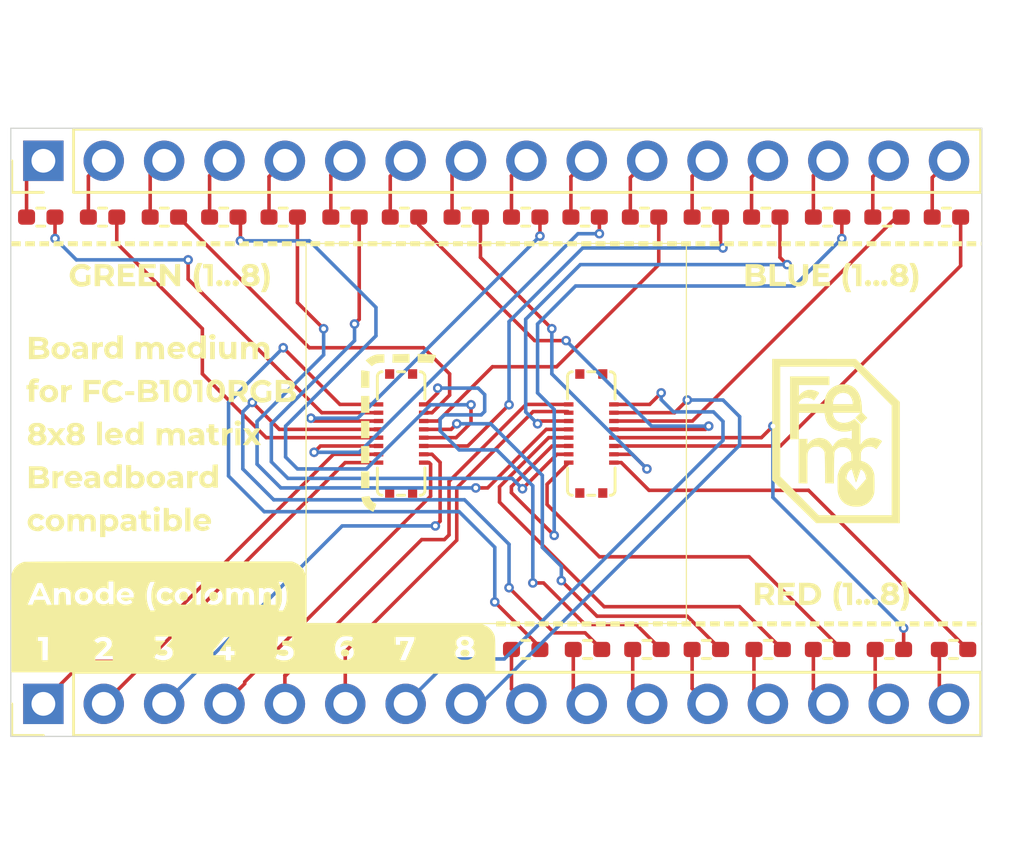
<source format=kicad_pcb>
(kicad_pcb (version 20171130) (host pcbnew "(5.1.9)-1")
  (layers (0 F.Cu signal) (31 B.Cu signal) (34 B.Paste user) (35 F.Paste user) (36 B.SilkS user) (37 F.SilkS user) (38 B.Mask user) (39 F.Mask user) (44 Edge.Cuts user))
  (net 0 "")
  (net 1 B4)
  (net 2 G4)
  (net 3 R4)
  (net 4 A4)
  (net 5 A3)
  (net 6 R3)
  (net 7 G3)
  (net 8 B3)
  (net 9 B2)
  (net 10 G2)
  (net 11 R2)
  (net 12 A2)
  (net 13 A1)
  (net 14 R1)
  (net 15 G1)
  (net 16 B1)
  (net 17 B8)
  (net 18 G8)
  (net 19 R8)
  (net 20 A8)
  (net 21 A7)
  (net 22 R7)
  (net 23 G7)
  (net 24 B7)
  (net 25 B6)
  (net 26 G6)
  (net 27 R6)
  (net 28 A6)
  (net 29 A5)
  (net 30 R5)
  (net 31 G5)
  (net 32 B5)
  (net 33 "Net-(J3-Pad16)")
  (net 34 "Net-(J3-Pad15)")
  (net 35 "Net-(J3-Pad14)")
  (net 36 "Net-(J3-Pad13)")
  (net 37 "Net-(J3-Pad12)")
  (net 38 "Net-(J3-Pad11)")
  (net 39 "Net-(J3-Pad10)")
  (net 40 "Net-(J3-Pad9)")
  (net 41 "Net-(J4-Pad1)")
  (net 42 "Net-(J4-Pad2)")
  (net 43 "Net-(J4-Pad3)")
  (net 44 "Net-(J4-Pad4)")
  (net 45 "Net-(J4-Pad5)")
  (net 46 "Net-(J4-Pad6)")
  (net 47 "Net-(J4-Pad7)")
  (net 48 "Net-(J4-Pad8)")
  (net 49 "Net-(J4-Pad9)")
  (net 50 "Net-(J4-Pad10)")
  (net 51 "Net-(J4-Pad11)")
  (net 52 "Net-(J4-Pad12)")
  (net 53 "Net-(J4-Pad13)")
  (net 54 "Net-(J4-Pad14)")
  (net 55 "Net-(J4-Pad15)")
  (net 56 "Net-(J4-Pad16)")
  (module "Matrix_8X8_1010_(FC-B1010RGBT-HG):Proto_silk" (layer F.Cu) (at 113 116.5)
    (fp_text reference Ref** hide)
    (fp_text value Val** hide)
  )
  (module "_kicad_selfmadeStandartFootprint:Conn_Molex_5050661622(SlimStack_16pin_receptable)" (layer F.Cu) (at 113.16 110.81 90)
    (fp_text reference J1 hide)
    (fp_text value Right_conn)
    (pad 0 smd rect (at -2.505 0.4825 90) (size 0.4 0.385) (layers F.Cu F.Paste F.Mask))
    (pad 14 smd rect (at -0.525 0.95 90) (size 0.18 0.4) (layers F.Cu F.Paste F.Mask) (net 1 B4))
    (pad 16 smd rect (at -1.225 0.95 90) (size 0.18 0.4) (layers F.Cu F.Paste F.Mask) (net 4 A4))
    (pad 15 smd rect (at -0.875 0.95 90) (size 0.18 0.4) (layers F.Cu F.Paste F.Mask) (net 5 A3))
    (pad 11 smd rect (at 0.525 0.95 90) (size 0.18 0.4) (layers F.Cu F.Paste F.Mask) (net 8 B3))
    (pad 9 smd rect (at 1.225 0.95 90) (size 0.18 0.4) (layers F.Cu F.Paste F.Mask) (net 6 R3))
    (pad 10 smd rect (at 0.875 0.95 90) (size 0.18 0.4) (layers F.Cu F.Paste F.Mask) (net 7 G3))
    (pad 13 smd rect (at -0.175 0.95 90) (size 0.18 0.4) (layers F.Cu F.Paste F.Mask) (net 2 G4))
    (pad 12 smd rect (at 0.175 0.95 90) (size 0.18 0.4) (layers F.Cu F.Paste F.Mask) (net 3 R4))
    (pad 0 smd rect (at 2.505 0.4825 90) (size 0.4 0.385) (layers F.Cu F.Paste F.Mask))
    (pad 0 smd rect (at 2.505 -0.4825 90) (size 0.4 0.385) (layers F.Cu F.Paste F.Mask))
    (pad 0 smd rect (at -2.505 -0.4825 90) (size 0.4 0.385) (layers F.Cu F.Paste F.Mask))
    (pad 8 smd rect (at 1.225 -0.95 90) (size 0.18 0.4) (layers F.Cu F.Paste F.Mask) (net 14 R1))
    (pad 7 smd rect (at 0.875 -0.95 90) (size 0.18 0.4) (layers F.Cu F.Paste F.Mask) (net 15 G1))
    (pad 6 smd rect (at 0.525 -0.95 90) (size 0.18 0.4) (layers F.Cu F.Paste F.Mask) (net 16 B1))
    (pad 5 smd rect (at 0.175 -0.95 90) (size 0.18 0.4) (layers F.Cu F.Paste F.Mask) (net 11 R2))
    (pad 1 smd rect (at -1.225 -0.95 90) (size 0.18 0.4) (layers F.Cu F.Paste F.Mask) (net 12 A2))
    (pad 2 smd rect (at -0.875 -0.95 90) (size 0.18 0.4) (layers F.Cu F.Paste F.Mask) (net 13 A1))
    (pad 3 smd rect (at -0.525 -0.95 90) (size 0.18 0.4) (layers F.Cu F.Paste F.Mask) (net 9 B2))
    (pad 4 smd rect (at -0.175 -0.95 90) (size 0.18 0.4) (layers F.Cu F.Paste F.Mask) (net 10 G2))
  )
  (module "_kicad_selfmadeStandartFootprint:Conn_Molex_5050661622(SlimStack_16pin_receptable)" (layer F.Cu) (at 121.16 110.81 90)
    (fp_text reference J2 hide)
    (fp_text value Left_conn)
    (pad 4 smd rect (at -0.175 -0.95 90) (size 0.18 0.4) (layers F.Cu F.Paste F.Mask) (net 30 R5))
    (pad 3 smd rect (at -0.525 -0.95 90) (size 0.18 0.4) (layers F.Cu F.Paste F.Mask) (net 25 B6))
    (pad 2 smd rect (at -0.875 -0.95 90) (size 0.18 0.4) (layers F.Cu F.Paste F.Mask) (net 26 G6))
    (pad 1 smd rect (at -1.225 -0.95 90) (size 0.18 0.4) (layers F.Cu F.Paste F.Mask) (net 27 R6))
    (pad 5 smd rect (at 0.175 -0.95 90) (size 0.18 0.4) (layers F.Cu F.Paste F.Mask) (net 31 G5))
    (pad 6 smd rect (at 0.525 -0.95 90) (size 0.18 0.4) (layers F.Cu F.Paste F.Mask) (net 32 B5))
    (pad 7 smd rect (at 0.875 -0.95 90) (size 0.18 0.4) (layers F.Cu F.Paste F.Mask) (net 28 A6))
    (pad 8 smd rect (at 1.225 -0.95 90) (size 0.18 0.4) (layers F.Cu F.Paste F.Mask) (net 29 A5))
    (pad 0 smd rect (at -2.505 -0.4825 90) (size 0.4 0.385) (layers F.Cu F.Paste F.Mask))
    (pad 0 smd rect (at 2.505 -0.4825 90) (size 0.4 0.385) (layers F.Cu F.Paste F.Mask))
    (pad 0 smd rect (at 2.505 0.4825 90) (size 0.4 0.385) (layers F.Cu F.Paste F.Mask))
    (pad 12 smd rect (at 0.175 0.95 90) (size 0.18 0.4) (layers F.Cu F.Paste F.Mask) (net 23 G7))
    (pad 13 smd rect (at -0.175 0.95 90) (size 0.18 0.4) (layers F.Cu F.Paste F.Mask) (net 22 R7))
    (pad 10 smd rect (at 0.875 0.95 90) (size 0.18 0.4) (layers F.Cu F.Paste F.Mask) (net 20 A8))
    (pad 9 smd rect (at 1.225 0.95 90) (size 0.18 0.4) (layers F.Cu F.Paste F.Mask) (net 21 A7))
    (pad 11 smd rect (at 0.525 0.95 90) (size 0.18 0.4) (layers F.Cu F.Paste F.Mask) (net 24 B7))
    (pad 15 smd rect (at -0.875 0.95 90) (size 0.18 0.4) (layers F.Cu F.Paste F.Mask) (net 18 G8))
    (pad 16 smd rect (at -1.225 0.95 90) (size 0.18 0.4) (layers F.Cu F.Paste F.Mask) (net 19 R8))
    (pad 14 smd rect (at -0.525 0.95 90) (size 0.18 0.4) (layers F.Cu F.Paste F.Mask) (net 17 B8))
    (pad 0 smd rect (at -2.505 0.4825 90) (size 0.4 0.385) (layers F.Cu F.Paste F.Mask))
  )
  (module Resistor_SMD:R_0402_1005Metric_Pad0.72x0.64mm_HandSolder (layer F.Cu) (at 118.4 119.9 180)
    (fp_text reference R1 hide)
    (fp_text value R)
    (pad 2 smd roundrect (at 0.5975 0 180) (size 0.715 0.64) (layers F.Cu F.Paste F.Mask) (net 40 "Net-(J3-Pad9)"))
    (pad 1 smd roundrect (at -0.5975 0 180) (size 0.715 0.64) (layers F.Cu F.Paste F.Mask) (net 14 R1))
  )
  (module Resistor_SMD:R_0402_1005Metric_Pad0.72x0.64mm_HandSolder (layer F.Cu) (at 98 101.7 180)
    (fp_text reference R2 hide)
    (fp_text value R)
    (pad 2 smd roundrect (at 0.5975 0 180) (size 0.715 0.64) (layers F.Cu F.Paste F.Mask) (net 41 "Net-(J4-Pad1)"))
    (pad 1 smd roundrect (at -0.5975 0 180) (size 0.715 0.64) (layers F.Cu F.Paste F.Mask) (net 15 G1))
  )
  (module Resistor_SMD:R_0402_1005Metric_Pad0.72x0.64mm_HandSolder (layer F.Cu) (at 118.4 101.7 180)
    (fp_text reference R3 hide)
    (fp_text value R)
    (pad 2 smd roundrect (at 0.5975 0 180) (size 0.715 0.64) (layers F.Cu F.Paste F.Mask) (net 49 "Net-(J4-Pad9)"))
    (pad 1 smd roundrect (at -0.5975 0 180) (size 0.715 0.64) (layers F.Cu F.Paste F.Mask) (net 16 B1))
  )
  (module Resistor_SMD:R_0402_1005Metric_Pad0.72x0.64mm_HandSolder (layer F.Cu) (at 121 119.9 180)
    (fp_text reference R4 hide)
    (fp_text value R)
    (pad 1 smd roundrect (at -0.5975 0 180) (size 0.715 0.64) (layers F.Cu F.Paste F.Mask) (net 11 R2))
    (pad 2 smd roundrect (at 0.5975 0 180) (size 0.715 0.64) (layers F.Cu F.Paste F.Mask) (net 39 "Net-(J3-Pad10)"))
  )
  (module Resistor_SMD:R_0402_1005Metric_Pad0.72x0.64mm_HandSolder (layer F.Cu) (at 100.6 101.7 180)
    (fp_text reference R5 hide)
    (fp_text value R)
    (pad 1 smd roundrect (at -0.5975 0 180) (size 0.715 0.64) (layers F.Cu F.Paste F.Mask) (net 10 G2))
    (pad 2 smd roundrect (at 0.5975 0 180) (size 0.715 0.64) (layers F.Cu F.Paste F.Mask) (net 42 "Net-(J4-Pad2)"))
  )
  (module Resistor_SMD:R_0402_1005Metric_Pad0.72x0.64mm_HandSolder (layer F.Cu) (at 120.9 101.7 180)
    (fp_text reference R6 hide)
    (fp_text value R)
    (pad 1 smd roundrect (at -0.5975 0 180) (size 0.715 0.64) (layers F.Cu F.Paste F.Mask) (net 9 B2))
    (pad 2 smd roundrect (at 0.5975 0 180) (size 0.715 0.64) (layers F.Cu F.Paste F.Mask) (net 50 "Net-(J4-Pad10)"))
  )
  (module Resistor_SMD:R_0402_1005Metric_Pad0.72x0.64mm_HandSolder (layer F.Cu) (at 123.5 119.9 180)
    (fp_text reference R7 hide)
    (fp_text value R)
    (pad 2 smd roundrect (at 0.5975 0 180) (size 0.715 0.64) (layers F.Cu F.Paste F.Mask) (net 38 "Net-(J3-Pad11)"))
    (pad 1 smd roundrect (at -0.5975 0 180) (size 0.715 0.64) (layers F.Cu F.Paste F.Mask) (net 6 R3))
  )
  (module Resistor_SMD:R_0402_1005Metric_Pad0.72x0.64mm_HandSolder (layer F.Cu) (at 103.2 101.7 180)
    (fp_text reference R8 hide)
    (fp_text value R)
    (pad 2 smd roundrect (at 0.5975 0 180) (size 0.715 0.64) (layers F.Cu F.Paste F.Mask) (net 43 "Net-(J4-Pad3)"))
    (pad 1 smd roundrect (at -0.5975 0 180) (size 0.715 0.64) (layers F.Cu F.Paste F.Mask) (net 7 G3))
  )
  (module Resistor_SMD:R_0402_1005Metric_Pad0.72x0.64mm_HandSolder (layer F.Cu) (at 123.4 101.7 180)
    (fp_text reference R9 hide)
    (fp_text value R)
    (pad 2 smd roundrect (at 0.5975 0 180) (size 0.715 0.64) (layers F.Cu F.Paste F.Mask) (net 51 "Net-(J4-Pad11)"))
    (pad 1 smd roundrect (at -0.5975 0 180) (size 0.715 0.64) (layers F.Cu F.Paste F.Mask) (net 8 B3))
  )
  (module Resistor_SMD:R_0402_1005Metric_Pad0.72x0.64mm_HandSolder (layer F.Cu) (at 126 119.9 180)
    (fp_text reference R10 hide)
    (fp_text value R)
    (pad 1 smd roundrect (at -0.5975 0 180) (size 0.715 0.64) (layers F.Cu F.Paste F.Mask) (net 3 R4))
    (pad 2 smd roundrect (at 0.5975 0 180) (size 0.715 0.64) (layers F.Cu F.Paste F.Mask) (net 37 "Net-(J3-Pad12)"))
  )
  (module Resistor_SMD:R_0402_1005Metric_Pad0.72x0.64mm_HandSolder (layer F.Cu) (at 105.7 101.7 180)
    (fp_text reference R11 hide)
    (fp_text value R)
    (pad 1 smd roundrect (at -0.5975 0 180) (size 0.715 0.64) (layers F.Cu F.Paste F.Mask) (net 2 G4))
    (pad 2 smd roundrect (at 0.5975 0 180) (size 0.715 0.64) (layers F.Cu F.Paste F.Mask) (net 44 "Net-(J4-Pad4)"))
  )
  (module Resistor_SMD:R_0402_1005Metric_Pad0.72x0.64mm_HandSolder (layer F.Cu) (at 126 101.7 180)
    (fp_text reference R12 hide)
    (fp_text value R)
    (pad 1 smd roundrect (at -0.5975 0 180) (size 0.715 0.64) (layers F.Cu F.Paste F.Mask) (net 1 B4))
    (pad 2 smd roundrect (at 0.5975 0 180) (size 0.715 0.64) (layers F.Cu F.Paste F.Mask) (net 52 "Net-(J4-Pad12)"))
  )
  (module Resistor_SMD:R_0402_1005Metric_Pad0.72x0.64mm_HandSolder (layer F.Cu) (at 128.6 119.9 180)
    (fp_text reference R13 hide)
    (fp_text value R)
    (pad 2 smd roundrect (at 0.5975 0 180) (size 0.715 0.64) (layers F.Cu F.Paste F.Mask) (net 36 "Net-(J3-Pad13)"))
    (pad 1 smd roundrect (at -0.5975 0 180) (size 0.715 0.64) (layers F.Cu F.Paste F.Mask) (net 30 R5))
  )
  (module Resistor_SMD:R_0402_1005Metric_Pad0.72x0.64mm_HandSolder (layer F.Cu) (at 108.2 101.7 180)
    (fp_text reference R14 hide)
    (fp_text value R)
    (pad 2 smd roundrect (at 0.5975 0 180) (size 0.715 0.64) (layers F.Cu F.Paste F.Mask) (net 45 "Net-(J4-Pad5)"))
    (pad 1 smd roundrect (at -0.5975 0 180) (size 0.715 0.64) (layers F.Cu F.Paste F.Mask) (net 31 G5))
  )
  (module Resistor_SMD:R_0402_1005Metric_Pad0.72x0.64mm_HandSolder (layer F.Cu) (at 128.5 101.7 180)
    (fp_text reference R15 hide)
    (fp_text value R)
    (pad 2 smd roundrect (at 0.5975 0 180) (size 0.715 0.64) (layers F.Cu F.Paste F.Mask) (net 53 "Net-(J4-Pad13)"))
    (pad 1 smd roundrect (at -0.5975 0 180) (size 0.715 0.64) (layers F.Cu F.Paste F.Mask) (net 32 B5))
  )
  (module Resistor_SMD:R_0402_1005Metric_Pad0.72x0.64mm_HandSolder (layer F.Cu) (at 131.1 119.9 180)
    (fp_text reference R16 hide)
    (fp_text value R)
    (pad 1 smd roundrect (at -0.5975 0 180) (size 0.715 0.64) (layers F.Cu F.Paste F.Mask) (net 27 R6))
    (pad 2 smd roundrect (at 0.5975 0 180) (size 0.715 0.64) (layers F.Cu F.Paste F.Mask) (net 35 "Net-(J3-Pad14)"))
  )
  (module Resistor_SMD:R_0402_1005Metric_Pad0.72x0.64mm_HandSolder (layer F.Cu) (at 110.8 101.7 180)
    (fp_text reference R17 hide)
    (fp_text value R)
    (pad 1 smd roundrect (at -0.5975 0 180) (size 0.715 0.64) (layers F.Cu F.Paste F.Mask) (net 26 G6))
    (pad 2 smd roundrect (at 0.5975 0 180) (size 0.715 0.64) (layers F.Cu F.Paste F.Mask) (net 46 "Net-(J4-Pad6)"))
  )
  (module Resistor_SMD:R_0402_1005Metric_Pad0.72x0.64mm_HandSolder (layer F.Cu) (at 131.1 101.7 180)
    (fp_text reference R18 hide)
    (fp_text value R)
    (pad 1 smd roundrect (at -0.5975 0 180) (size 0.715 0.64) (layers F.Cu F.Paste F.Mask) (net 25 B6))
    (pad 2 smd roundrect (at 0.5975 0 180) (size 0.715 0.64) (layers F.Cu F.Paste F.Mask) (net 54 "Net-(J4-Pad14)"))
  )
  (module Resistor_SMD:R_0402_1005Metric_Pad0.72x0.64mm_HandSolder (layer F.Cu) (at 133.7 119.9 180)
    (fp_text reference R19 hide)
    (fp_text value R)
    (pad 2 smd roundrect (at 0.5975 0 180) (size 0.715 0.64) (layers F.Cu F.Paste F.Mask) (net 34 "Net-(J3-Pad15)"))
    (pad 1 smd roundrect (at -0.5975 0 180) (size 0.715 0.64) (layers F.Cu F.Paste F.Mask) (net 22 R7))
  )
  (module Resistor_SMD:R_0402_1005Metric_Pad0.72x0.64mm_HandSolder (layer F.Cu) (at 113.3 101.7 180)
    (fp_text reference R20 hide)
    (fp_text value R)
    (pad 2 smd roundrect (at 0.5975 0 180) (size 0.715 0.64) (layers F.Cu F.Paste F.Mask) (net 47 "Net-(J4-Pad7)"))
    (pad 1 smd roundrect (at -0.5975 0 180) (size 0.715 0.64) (layers F.Cu F.Paste F.Mask) (net 23 G7))
  )
  (module Resistor_SMD:R_0402_1005Metric_Pad0.72x0.64mm_HandSolder (layer F.Cu) (at 133.6 101.7 180)
    (fp_text reference R21 hide)
    (fp_text value R)
    (pad 2 smd roundrect (at 0.5975 0 180) (size 0.715 0.64) (layers F.Cu F.Paste F.Mask) (net 55 "Net-(J4-Pad15)"))
    (pad 1 smd roundrect (at -0.5975 0 180) (size 0.715 0.64) (layers F.Cu F.Paste F.Mask) (net 24 B7))
  )
  (module Resistor_SMD:R_0402_1005Metric_Pad0.72x0.64mm_HandSolder (layer F.Cu) (at 136.4 119.9 180)
    (fp_text reference R22 hide)
    (fp_text value R)
    (pad 1 smd roundrect (at -0.5975 0 180) (size 0.715 0.64) (layers F.Cu F.Paste F.Mask) (net 19 R8))
    (pad 2 smd roundrect (at 0.5975 0 180) (size 0.715 0.64) (layers F.Cu F.Paste F.Mask) (net 33 "Net-(J3-Pad16)"))
  )
  (module Resistor_SMD:R_0402_1005Metric_Pad0.72x0.64mm_HandSolder (layer F.Cu) (at 115.9 101.7 180)
    (fp_text reference R23 hide)
    (fp_text value R)
    (pad 1 smd roundrect (at -0.5975 0 180) (size 0.715 0.64) (layers F.Cu F.Paste F.Mask) (net 18 G8))
    (pad 2 smd roundrect (at 0.5975 0 180) (size 0.715 0.64) (layers F.Cu F.Paste F.Mask) (net 48 "Net-(J4-Pad8)"))
  )
  (module Resistor_SMD:R_0402_1005Metric_Pad0.72x0.64mm_HandSolder (layer F.Cu) (at 136.1 101.7 180)
    (fp_text reference R24 hide)
    (fp_text value R)
    (pad 1 smd roundrect (at -0.5975 0 180) (size 0.715 0.64) (layers F.Cu F.Paste F.Mask) (net 17 B8))
    (pad 2 smd roundrect (at 0.5975 0 180) (size 0.715 0.64) (layers F.Cu F.Paste F.Mask) (net 56 "Net-(J4-Pad16)"))
  )
  (module Connector_PinHeader_2.54mm:PinHeader_1x16_P2.54mm_Vertical (layer F.Cu) (at 98.11 122.19 90)
    (fp_text reference J3 hide)
    (fp_text value Conn_01x16_Male)
    (pad 1 thru_hole rect (at 0 0 90) (size 1.7 1.7) (drill 1) (layers *.Cu *.Mask) (net 13 A1))
    (pad 2 thru_hole oval (at 0 2.54 90) (size 1.7 1.7) (drill 1) (layers *.Cu *.Mask) (net 12 A2))
    (pad 3 thru_hole oval (at 0 5.08 90) (size 1.7 1.7) (drill 1) (layers *.Cu *.Mask) (net 5 A3))
    (pad 4 thru_hole oval (at 0 7.62 90) (size 1.7 1.7) (drill 1) (layers *.Cu *.Mask) (net 4 A4))
    (pad 5 thru_hole oval (at 0 10.16 90) (size 1.7 1.7) (drill 1) (layers *.Cu *.Mask) (net 29 A5))
    (pad 6 thru_hole oval (at 0 12.7 90) (size 1.7 1.7) (drill 1) (layers *.Cu *.Mask) (net 28 A6))
    (pad 7 thru_hole oval (at 0 15.24 90) (size 1.7 1.7) (drill 1) (layers *.Cu *.Mask) (net 21 A7))
    (pad 8 thru_hole oval (at 0 17.78 90) (size 1.7 1.7) (drill 1) (layers *.Cu *.Mask) (net 20 A8))
    (pad 9 thru_hole oval (at 0 20.32 90) (size 1.7 1.7) (drill 1) (layers *.Cu *.Mask) (net 40 "Net-(J3-Pad9)"))
    (pad 10 thru_hole oval (at 0 22.86 90) (size 1.7 1.7) (drill 1) (layers *.Cu *.Mask) (net 39 "Net-(J3-Pad10)"))
    (pad 11 thru_hole oval (at 0 25.4 90) (size 1.7 1.7) (drill 1) (layers *.Cu *.Mask) (net 38 "Net-(J3-Pad11)"))
    (pad 12 thru_hole oval (at 0 27.94 90) (size 1.7 1.7) (drill 1) (layers *.Cu *.Mask) (net 37 "Net-(J3-Pad12)"))
    (pad 13 thru_hole oval (at 0 30.48 90) (size 1.7 1.7) (drill 1) (layers *.Cu *.Mask) (net 36 "Net-(J3-Pad13)"))
    (pad 14 thru_hole oval (at 0 33.02 90) (size 1.7 1.7) (drill 1) (layers *.Cu *.Mask) (net 35 "Net-(J3-Pad14)"))
    (pad 15 thru_hole oval (at 0 35.56 90) (size 1.7 1.7) (drill 1) (layers *.Cu *.Mask) (net 34 "Net-(J3-Pad15)"))
    (pad 16 thru_hole oval (at 0 38.1 90) (size 1.7 1.7) (drill 1) (layers *.Cu *.Mask) (net 33 "Net-(J3-Pad16)"))
  )
  (module Connector_PinHeader_2.54mm:PinHeader_1x16_P2.54mm_Vertical (layer F.Cu) (at 98.11 99.33 90)
    (fp_text reference J4 hide)
    (fp_text value Conn_01x16_Male)
    (pad 16 thru_hole oval (at 0 38.1 90) (size 1.7 1.7) (drill 1) (layers *.Cu *.Mask) (net 56 "Net-(J4-Pad16)"))
    (pad 15 thru_hole oval (at 0 35.56 90) (size 1.7 1.7) (drill 1) (layers *.Cu *.Mask) (net 55 "Net-(J4-Pad15)"))
    (pad 14 thru_hole oval (at 0 33.02 90) (size 1.7 1.7) (drill 1) (layers *.Cu *.Mask) (net 54 "Net-(J4-Pad14)"))
    (pad 13 thru_hole oval (at 0 30.48 90) (size 1.7 1.7) (drill 1) (layers *.Cu *.Mask) (net 53 "Net-(J4-Pad13)"))
    (pad 12 thru_hole oval (at 0 27.94 90) (size 1.7 1.7) (drill 1) (layers *.Cu *.Mask) (net 52 "Net-(J4-Pad12)"))
    (pad 11 thru_hole oval (at 0 25.4 90) (size 1.7 1.7) (drill 1) (layers *.Cu *.Mask) (net 51 "Net-(J4-Pad11)"))
    (pad 10 thru_hole oval (at 0 22.86 90) (size 1.7 1.7) (drill 1) (layers *.Cu *.Mask) (net 50 "Net-(J4-Pad10)"))
    (pad 9 thru_hole oval (at 0 20.32 90) (size 1.7 1.7) (drill 1) (layers *.Cu *.Mask) (net 49 "Net-(J4-Pad9)"))
    (pad 8 thru_hole oval (at 0 17.78 90) (size 1.7 1.7) (drill 1) (layers *.Cu *.Mask) (net 48 "Net-(J4-Pad8)"))
    (pad 7 thru_hole oval (at 0 15.24 90) (size 1.7 1.7) (drill 1) (layers *.Cu *.Mask) (net 47 "Net-(J4-Pad7)"))
    (pad 6 thru_hole oval (at 0 12.7 90) (size 1.7 1.7) (drill 1) (layers *.Cu *.Mask) (net 46 "Net-(J4-Pad6)"))
    (pad 5 thru_hole oval (at 0 10.16 90) (size 1.7 1.7) (drill 1) (layers *.Cu *.Mask) (net 45 "Net-(J4-Pad5)"))
    (pad 4 thru_hole oval (at 0 7.62 90) (size 1.7 1.7) (drill 1) (layers *.Cu *.Mask) (net 44 "Net-(J4-Pad4)"))
    (pad 3 thru_hole oval (at 0 5.08 90) (size 1.7 1.7) (drill 1) (layers *.Cu *.Mask) (net 43 "Net-(J4-Pad3)"))
    (pad 2 thru_hole oval (at 0 2.54 90) (size 1.7 1.7) (drill 1) (layers *.Cu *.Mask) (net 42 "Net-(J4-Pad2)"))
    (pad 1 thru_hole rect (at 0 0 90) (size 1.7 1.7) (drill 1) (layers *.Cu *.Mask) (net 41 "Net-(J4-Pad1)"))
  )
  (gr_line (start 96.74 97.96) (end 137.59 97.96) (layer Edge.Cuts) (width 0.05))
  (gr_line (start 96.74 123.56) (end 96.74 97.96) (layer Edge.Cuts) (width 0.05))
  (gr_line (start 137.59 123.56) (end 96.74 123.56) (layer Edge.Cuts) (width 0.05))
  (gr_line (start 137.59 97.96) (end 137.59 123.56) (layer Edge.Cuts) (width 0.05))
  (gr_line (start 109.16 118.81) (end 109.16 102.81) (layer F.SilkS) (width 0.05))
  (gr_line (start 125.16 118.81) (end 109.16 118.81) (layer F.SilkS) (width 0.05))
  (gr_line (start 125.16 102.81) (end 125.16 118.81) (layer F.SilkS) (width 0.05))
  (gr_line (start 109.16 102.81) (end 125.16 102.81) (layer F.SilkS) (width 0.05))
  (via (at 114.7 108.9) (size 0.4) (drill 0.2) (layers F.Cu B.Cu) (net 6))
  (via (at 115.5 110.4) (size 0.4) (drill 0.2) (layers F.Cu B.Cu) (net 3))
  (via (at 109.5 111.6) (size 0.4) (drill 0.2) (layers F.Cu B.Cu) (net 9))
  (segment (start 126.5975 102.8975) (end 126.7 103) (width 0.15) (layer F.Cu) (net 1))
  (segment (start 126.5975 101.7) (end 126.5975 102.8975) (width 0.15) (layer F.Cu) (net 1))
  (via (at 126.7 103) (size 0.4) (drill 0.2) (layers F.Cu B.Cu) (net 1))
  (via (at 117.7 109.6) (size 0.4) (drill 0.2) (layers F.Cu B.Cu) (net 1))
  (segment (start 114.11 111.335) (end 115.965 111.335) (width 0.15) (layer F.Cu) (net 1))
  (segment (start 115.965 111.335) (end 117.7 109.6) (width 0.15) (layer F.Cu) (net 1))
  (segment (start 126.7 103) (end 120.8 103) (width 0.15) (layer B.Cu) (net 1))
  (segment (start 120.8 103) (end 117.7 106.1) (width 0.15) (layer B.Cu) (net 1))
  (segment (start 117.7 106.1) (end 117.7 109.6) (width 0.15) (layer B.Cu) (net 1))
  (segment (start 106.4 102.7) (end 106.4 102.7) (width 0.15) (layer B.Cu) (net 2))
  (via (at 106.4 102.7) (size 0.4) (drill 0.2) (layers F.Cu B.Cu) (net 2))
  (segment (start 106.4 101.8025) (end 106.2975 101.7) (width 0.15) (layer F.Cu) (net 2))
  (segment (start 106.4 102.7) (end 106.4 101.8025) (width 0.15) (layer F.Cu) (net 2))
  (segment (start 114.4 109.6) (end 116.1 109.6) (width 0.15) (layer B.Cu) (net 2))
  (segment (start 111.7 112.3) (end 114.4 109.6) (width 0.15) (layer B.Cu) (net 2))
  (segment (start 108.3 111.8) (end 108.8 112.3) (width 0.15) (layer B.Cu) (net 2))
  (segment (start 112.1 106.7) (end 108.3 110.5) (width 0.15) (layer B.Cu) (net 2))
  (segment (start 115.470002 110.985) (end 116.1 110.355002) (width 0.15) (layer F.Cu) (net 2))
  (segment (start 109.3 102.7) (end 112.1 105.5) (width 0.15) (layer B.Cu) (net 2))
  (segment (start 116.1 110.355002) (end 116.1 109.6) (width 0.15) (layer F.Cu) (net 2))
  (segment (start 112.1 105.5) (end 112.1 106.7) (width 0.15) (layer B.Cu) (net 2))
  (segment (start 114.11 110.985) (end 115.470002 110.985) (width 0.15) (layer F.Cu) (net 2))
  (segment (start 108.8 112.3) (end 111.7 112.3) (width 0.15) (layer B.Cu) (net 2))
  (via (at 116.1 109.6) (size 0.4) (drill 0.2) (layers F.Cu B.Cu) (net 2))
  (segment (start 108.3 110.5) (end 108.3 111.8) (width 0.15) (layer B.Cu) (net 2))
  (segment (start 106.4 102.7) (end 109.3 102.7) (width 0.15) (layer B.Cu) (net 2))
  (segment (start 115.265 110.635) (end 115.5 110.4) (width 0.15) (layer F.Cu) (net 3))
  (segment (start 114.11 110.635) (end 115.265 110.635) (width 0.15) (layer F.Cu) (net 3))
  (via (at 119.9 117) (size 0.4) (drill 0.2) (layers F.Cu B.Cu) (net 3))
  (segment (start 121.4 118.5) (end 119.9 117) (width 0.15) (layer F.Cu) (net 3))
  (segment (start 125.1975 118.5) (end 121.4 118.5) (width 0.15) (layer F.Cu) (net 3))
  (segment (start 126.5975 119.9) (end 125.1975 118.5) (width 0.15) (layer F.Cu) (net 3))
  (segment (start 119.9 116.4) (end 119.9 117) (width 0.15) (layer B.Cu) (net 3))
  (segment (start 119.1 115.6) (end 119.9 116.4) (width 0.15) (layer B.Cu) (net 3))
  (segment (start 119.1 112.572499) (end 119.1 115.6) (width 0.15) (layer B.Cu) (net 3))
  (segment (start 116.927501 110.4) (end 119.1 112.572499) (width 0.15) (layer B.Cu) (net 3))
  (segment (start 115.5 110.4) (end 116.927501 110.4) (width 0.15) (layer B.Cu) (net 3))
  (segment (start 106.579999 121.340001) (end 105.73 122.19) (width 0.15) (layer F.Cu) (net 4))
  (segment (start 106.579999 121.266433) (end 106.579999 121.340001) (width 0.15) (layer F.Cu) (net 4))
  (segment (start 114.4 113.446432) (end 106.579999 121.266433) (width 0.15) (layer F.Cu) (net 4))
  (segment (start 114.4 112.1) (end 114.4 113.446432) (width 0.15) (layer F.Cu) (net 4))
  (segment (start 114.335 112.035) (end 114.4 112.1) (width 0.15) (layer F.Cu) (net 4))
  (segment (start 114.11 112.035) (end 114.335 112.035) (width 0.15) (layer F.Cu) (net 4))
  (segment (start 110.68 114.7) (end 114.6 114.7) (width 0.15) (layer B.Cu) (net 5))
  (segment (start 103.19 122.19) (end 110.68 114.7) (width 0.15) (layer B.Cu) (net 5))
  (via (at 114.6 114.7) (size 0.4) (drill 0.2) (layers F.Cu B.Cu) (net 5))
  (segment (start 114.8 114.5) (end 114.6 114.7) (width 0.15) (layer F.Cu) (net 5))
  (segment (start 114.8 112.025) (end 114.8 114.5) (width 0.15) (layer F.Cu) (net 5))
  (segment (start 114.46 111.685) (end 114.8 112.025) (width 0.15) (layer F.Cu) (net 5))
  (segment (start 114.11 111.685) (end 114.46 111.685) (width 0.15) (layer F.Cu) (net 5))
  (segment (start 114.7 109.1) (end 114.7 108.9) (width 0.15) (layer F.Cu) (net 6))
  (segment (start 114.215 109.585) (end 114.7 109.1) (width 0.15) (layer F.Cu) (net 6))
  (segment (start 114.11 109.585) (end 114.215 109.585) (width 0.15) (layer F.Cu) (net 6))
  (segment (start 120.901077 118.85001) (end 119.151067 117.1) (width 0.15) (layer F.Cu) (net 6))
  (segment (start 123.04751 118.85001) (end 120.901077 118.85001) (width 0.15) (layer F.Cu) (net 6))
  (segment (start 124.0975 119.9) (end 123.04751 118.85001) (width 0.15) (layer F.Cu) (net 6))
  (segment (start 119.151067 117.1) (end 118.7 117.1) (width 0.15) (layer F.Cu) (net 6))
  (segment (start 118.7 117.1) (end 118.7 117.1) (width 0.15) (layer F.Cu) (net 6))
  (via (at 118.7 117.1) (size 0.4) (drill 0.2) (layers F.Cu B.Cu) (net 6))
  (segment (start 116.530003 110.024999) (end 116.675001 109.880001) (width 0.15) (layer B.Cu) (net 6))
  (segment (start 114.975001 110.024999) (end 116.530003 110.024999) (width 0.15) (layer B.Cu) (net 6))
  (segment (start 116.4 108.9) (end 114.7 108.9) (width 0.15) (layer B.Cu) (net 6))
  (segment (start 114.8 110.2) (end 114.975001 110.024999) (width 0.15) (layer B.Cu) (net 6))
  (segment (start 114.8 110.7) (end 114.8 110.2) (width 0.15) (layer B.Cu) (net 6))
  (segment (start 115.6 111.5) (end 114.8 110.7) (width 0.15) (layer B.Cu) (net 6))
  (segment (start 117.185348 111.5) (end 115.6 111.5) (width 0.15) (layer B.Cu) (net 6))
  (segment (start 116.675001 109.175001) (end 116.4 108.9) (width 0.15) (layer B.Cu) (net 6))
  (segment (start 118.7 113.014652) (end 117.185348 111.5) (width 0.15) (layer B.Cu) (net 6))
  (segment (start 116.675001 109.880001) (end 116.675001 109.175001) (width 0.15) (layer B.Cu) (net 6))
  (segment (start 118.7 117.1) (end 118.7 113.014652) (width 0.15) (layer B.Cu) (net 6))
  (via (at 124.1 109.1) (size 0.4) (drill 0.2) (layers F.Cu B.Cu) (net 21))
  (segment (start 109.2975 107.2) (end 103.7975 101.7) (width 0.15) (layer F.Cu) (net 7))
  (segment (start 114.1 107.2) (end 109.2975 107.2) (width 0.15) (layer F.Cu) (net 7))
  (segment (start 115.2 108.3) (end 114.1 107.2) (width 0.15) (layer F.Cu) (net 7))
  (segment (start 115.2 109.195) (end 115.2 108.3) (width 0.15) (layer F.Cu) (net 7))
  (segment (start 114.46 109.935) (end 115.2 109.195) (width 0.15) (layer F.Cu) (net 7))
  (segment (start 114.11 109.935) (end 114.46 109.935) (width 0.15) (layer F.Cu) (net 7))
  (segment (start 123.9975 102.02) (end 123.9975 101.7) (width 0.15) (layer F.Cu) (net 8))
  (segment (start 123.9975 103.7025) (end 123.9975 102.02) (width 0.15) (layer F.Cu) (net 8))
  (segment (start 119.7 108) (end 123.9975 103.7025) (width 0.15) (layer F.Cu) (net 8))
  (segment (start 117 108) (end 119.7 108) (width 0.15) (layer F.Cu) (net 8))
  (segment (start 114.715 110.285) (end 117 108) (width 0.15) (layer F.Cu) (net 8))
  (segment (start 114.11 110.285) (end 114.715 110.285) (width 0.15) (layer F.Cu) (net 8))
  (segment (start 109.765 111.335) (end 109.5 111.6) (width 0.15) (layer F.Cu) (net 9))
  (segment (start 112.21 111.335) (end 109.765 111.335) (width 0.15) (layer F.Cu) (net 9))
  (via (at 121.5 102.4) (size 0.4) (drill 0.2) (layers F.Cu B.Cu) (net 9))
  (segment (start 120.6 102.4) (end 121.5 102.4) (width 0.15) (layer B.Cu) (net 9))
  (segment (start 111.4 111.6) (end 120.6 102.4) (width 0.15) (layer B.Cu) (net 9))
  (segment (start 109.5 111.6) (end 111.4 111.6) (width 0.15) (layer B.Cu) (net 9))
  (segment (start 121.5 101.7025) (end 121.4975 101.7) (width 0.15) (layer F.Cu) (net 9))
  (segment (start 121.5 102.4) (end 121.5 101.7025) (width 0.15) (layer F.Cu) (net 9))
  (segment (start 101.1975 102.7975) (end 101.1975 101.7) (width 0.15) (layer F.Cu) (net 10))
  (segment (start 104.7975 106.3975) (end 101.1975 102.7975) (width 0.15) (layer F.Cu) (net 10))
  (segment (start 104.7975 108.2975) (end 104.7975 106.3975) (width 0.15) (layer F.Cu) (net 10))
  (segment (start 107.485 110.985) (end 104.7975 108.2975) (width 0.15) (layer F.Cu) (net 10))
  (segment (start 112.21 110.985) (end 107.485 110.985) (width 0.15) (layer F.Cu) (net 10))
  (via (at 106.9 109.5) (size 0.4) (drill 0.2) (layers F.Cu B.Cu) (net 11))
  (segment (start 108.035 110.635) (end 106.9 109.5) (width 0.15) (layer F.Cu) (net 11))
  (segment (start 112.21 110.635) (end 108.035 110.635) (width 0.15) (layer F.Cu) (net 11))
  (via (at 117.7 117.3) (size 0.4) (drill 0.2) (layers F.Cu B.Cu) (net 11))
  (segment (start 106.9 109.5) (end 106.5 109.9) (width 0.15) (layer B.Cu) (net 11))
  (segment (start 106.5 109.9) (end 106.5 112.3) (width 0.15) (layer B.Cu) (net 11))
  (segment (start 117.7 115.472499) (end 117.7 117.3) (width 0.15) (layer B.Cu) (net 11))
  (segment (start 106.5 112.3) (end 107.8 113.6) (width 0.15) (layer B.Cu) (net 11))
  (segment (start 107.8 113.6) (end 115.827501 113.6) (width 0.15) (layer B.Cu) (net 11))
  (segment (start 115.827501 113.6) (end 117.7 115.472499) (width 0.15) (layer B.Cu) (net 11))
  (segment (start 119.6 119.2) (end 117.7 117.3) (width 0.15) (layer F.Cu) (net 11))
  (segment (start 120.8975 119.2) (end 119.6 119.2) (width 0.15) (layer F.Cu) (net 11))
  (segment (start 121.5975 119.9) (end 120.8975 119.2) (width 0.15) (layer F.Cu) (net 11))
  (segment (start 110.805 112.035) (end 100.65 122.19) (width 0.15) (layer F.Cu) (net 12))
  (segment (start 112.21 112.035) (end 110.805 112.035) (width 0.15) (layer F.Cu) (net 12))
  (segment (start 98.11 122.09) (end 98.11 122.19) (width 0.15) (layer F.Cu) (net 13))
  (segment (start 99.8 120.4) (end 98.11 122.09) (width 0.15) (layer F.Cu) (net 13))
  (segment (start 110.315 111.685) (end 101.6 120.4) (width 0.15) (layer F.Cu) (net 13))
  (segment (start 101.6 120.4) (end 99.8 120.4) (width 0.15) (layer F.Cu) (net 13))
  (segment (start 112.21 111.685) (end 110.315 111.685) (width 0.15) (layer F.Cu) (net 13))
  (segment (start 110.585 109.585) (end 108.2 107.2) (width 0.15) (layer F.Cu) (net 14))
  (segment (start 112.21 109.585) (end 110.585 109.585) (width 0.15) (layer F.Cu) (net 14))
  (via (at 108.2 107.2) (size 0.4) (drill 0.2) (layers F.Cu B.Cu) (net 14))
  (segment (start 117.1 115.6) (end 117.1 117.9) (width 0.15) (layer B.Cu) (net 14))
  (segment (start 107.4 114.1) (end 115.6 114.1) (width 0.15) (layer B.Cu) (net 14))
  (segment (start 105.9 112.6) (end 107.4 114.1) (width 0.15) (layer B.Cu) (net 14))
  (segment (start 105.9 109.5) (end 105.9 112.6) (width 0.15) (layer B.Cu) (net 14))
  (segment (start 108.2 107.2) (end 105.9 109.5) (width 0.15) (layer B.Cu) (net 14))
  (segment (start 115.6 114.1) (end 117.1 115.6) (width 0.15) (layer B.Cu) (net 14))
  (segment (start 118.9975 119.7975) (end 117.1 117.9) (width 0.15) (layer F.Cu) (net 14))
  (segment (start 118.9975 119.9) (end 118.9975 119.7975) (width 0.15) (layer F.Cu) (net 14))
  (via (at 117.1 117.9) (size 0.4) (drill 0.2) (layers F.Cu B.Cu) (net 14))
  (segment (start 104.2 103.5) (end 104.2 103.5) (width 0.15) (layer F.Cu) (net 15))
  (via (at 104.2 103.5) (size 0.4) (drill 0.2) (layers F.Cu B.Cu) (net 15))
  (via (at 98.6 102.6) (size 0.4) (drill 0.2) (layers F.Cu B.Cu) (net 15))
  (segment (start 98.6 101.7025) (end 98.5975 101.7) (width 0.15) (layer F.Cu) (net 15))
  (segment (start 98.6 102.6) (end 98.6 101.7025) (width 0.15) (layer F.Cu) (net 15))
  (segment (start 99.5 103.5) (end 98.6 102.6) (width 0.15) (layer B.Cu) (net 15))
  (segment (start 104.2 103.5) (end 99.5 103.5) (width 0.15) (layer B.Cu) (net 15))
  (segment (start 104.2 104.314389) (end 104.2 103.5) (width 0.15) (layer F.Cu) (net 15))
  (segment (start 109.820611 109.935) (end 104.2 104.314389) (width 0.15) (layer F.Cu) (net 15))
  (segment (start 112.21 109.935) (end 109.820611 109.935) (width 0.15) (layer F.Cu) (net 15))
  (via (at 119 102.5) (size 0.4) (drill 0.2) (layers F.Cu B.Cu) (net 16))
  (segment (start 119 101.7025) (end 118.9975 101.7) (width 0.15) (layer F.Cu) (net 16))
  (segment (start 119 102.5) (end 119 101.7025) (width 0.15) (layer F.Cu) (net 16))
  (segment (start 111.334832 110.165168) (end 109.365177 110.165168) (width 0.15) (layer B.Cu) (net 16))
  (segment (start 119 102.5) (end 111.334832 110.165168) (width 0.15) (layer B.Cu) (net 16))
  (segment (start 109.485009 110.285) (end 109.365177 110.165168) (width 0.15) (layer F.Cu) (net 16))
  (segment (start 112.21 110.285) (end 109.485009 110.285) (width 0.15) (layer F.Cu) (net 16))
  (via (at 109.365177 110.165168) (size 0.4) (drill 0.2) (layers F.Cu B.Cu) (net 16))
  (segment (start 136.6975 103.75125) (end 136.6975 101.7) (width 0.15) (layer F.Cu) (net 17))
  (segment (start 129.11375 111.335) (end 136.6975 103.75125) (width 0.15) (layer F.Cu) (net 17))
  (segment (start 122.11 111.335) (end 129.11375 111.335) (width 0.15) (layer F.Cu) (net 17))
  (via (at 123.5 112.3) (size 0.4) (drill 0.2) (layers F.Cu B.Cu) (net 18))
  (segment (start 122.11 111.685) (end 122.885 111.685) (width 0.15) (layer F.Cu) (net 18))
  (segment (start 122.885 111.685) (end 123.5 112.3) (width 0.15) (layer F.Cu) (net 18))
  (via (at 119.5 106.4) (size 0.4) (drill 0.2) (layers F.Cu B.Cu) (net 18))
  (segment (start 116.4975 101.7) (end 116.4975 103.3975) (width 0.15) (layer F.Cu) (net 18))
  (segment (start 116.4975 103.3975) (end 119.5 106.4) (width 0.15) (layer F.Cu) (net 18))
  (segment (start 123.5 112.3) (end 119.5 108.3) (width 0.15) (layer B.Cu) (net 18))
  (segment (start 119.5 108.3) (end 119.5 106.4) (width 0.15) (layer B.Cu) (net 18))
  (segment (start 130.2975 113.2) (end 136.9975 119.9) (width 0.15) (layer F.Cu) (net 19))
  (segment (start 123.5875 113.2) (end 130.2975 113.2) (width 0.15) (layer F.Cu) (net 19))
  (segment (start 122.4225 112.035) (end 123.5875 113.2) (width 0.15) (layer F.Cu) (net 19))
  (segment (start 122.11 112.035) (end 122.4225 112.035) (width 0.15) (layer F.Cu) (net 19))
  (via (at 125.2 109.4) (size 0.4) (drill 0.2) (layers F.Cu B.Cu) (net 20))
  (segment (start 122.11 109.935) (end 124.665 109.935) (width 0.15) (layer F.Cu) (net 20))
  (segment (start 124.665 109.935) (end 125.2 109.4) (width 0.15) (layer F.Cu) (net 20))
  (segment (start 126.7 109.4) (end 125.2 109.4) (width 0.15) (layer B.Cu) (net 20))
  (segment (start 127.4 110.1) (end 126.7 109.4) (width 0.15) (layer B.Cu) (net 20))
  (segment (start 127.4 111.3) (end 127.4 110.1) (width 0.15) (layer B.Cu) (net 20))
  (segment (start 116.51 122.19) (end 127.4 111.3) (width 0.15) (layer B.Cu) (net 20))
  (segment (start 115.89 122.19) (end 116.51 122.19) (width 0.15) (layer B.Cu) (net 20))
  (segment (start 123.615 109.585) (end 124.1 109.1) (width 0.15) (layer F.Cu) (net 21))
  (segment (start 122.11 109.585) (end 123.615 109.585) (width 0.15) (layer F.Cu) (net 21))
  (segment (start 115.24 120.3) (end 113.35 122.19) (width 0.15) (layer B.Cu) (net 21))
  (segment (start 117.5 120.3) (end 115.24 120.3) (width 0.15) (layer B.Cu) (net 21))
  (segment (start 126.7 111.1) (end 117.5 120.3) (width 0.15) (layer B.Cu) (net 21))
  (segment (start 126.7 110.3) (end 126.7 111.1) (width 0.15) (layer B.Cu) (net 21))
  (segment (start 126.3 109.9) (end 126.7 110.3) (width 0.15) (layer B.Cu) (net 21))
  (segment (start 124.617158 109.9) (end 126.3 109.9) (width 0.15) (layer B.Cu) (net 21))
  (segment (start 124.1 109.382842) (end 124.617158 109.9) (width 0.15) (layer B.Cu) (net 21))
  (segment (start 124.1 109.1) (end 124.1 109.382842) (width 0.15) (layer B.Cu) (net 21))
  (via (at 134.3 119) (size 0.4) (drill 0.2) (layers F.Cu B.Cu) (net 22))
  (segment (start 134.3 119.8975) (end 134.2975 119.9) (width 0.15) (layer F.Cu) (net 22))
  (segment (start 134.3 119) (end 134.3 119.8975) (width 0.15) (layer F.Cu) (net 22))
  (segment (start 128.315 110.985) (end 128.8 110.5) (width 0.15) (layer F.Cu) (net 22))
  (segment (start 122.11 110.985) (end 128.315 110.985) (width 0.15) (layer F.Cu) (net 22))
  (segment (start 134.3 119) (end 128.8 113.5) (width 0.15) (layer B.Cu) (net 22))
  (segment (start 128.8 113.5) (end 128.8 110.5) (width 0.15) (layer B.Cu) (net 22))
  (via (at 128.8 110.5) (size 0.4) (drill 0.2) (layers F.Cu B.Cu) (net 22))
  (segment (start 125.965 110.635) (end 126.1 110.5) (width 0.15) (layer F.Cu) (net 23))
  (segment (start 122.11 110.635) (end 125.965 110.635) (width 0.15) (layer F.Cu) (net 23))
  (via (at 126.1 110.5) (size 0.4) (drill 0.2) (layers F.Cu B.Cu) (net 23))
  (segment (start 118.7775 106.9) (end 120.1 106.9) (width 0.15) (layer F.Cu) (net 23))
  (segment (start 113.8975 102.02) (end 118.7775 106.9) (width 0.15) (layer F.Cu) (net 23))
  (segment (start 113.8975 101.7) (end 113.8975 102.02) (width 0.15) (layer F.Cu) (net 23))
  (segment (start 123.7 110.5) (end 120.1 106.9) (width 0.15) (layer B.Cu) (net 23))
  (segment (start 126.1 110.5) (end 123.7 110.5) (width 0.15) (layer B.Cu) (net 23))
  (via (at 120.1 106.9) (size 0.4) (drill 0.2) (layers F.Cu B.Cu) (net 23))
  (segment (start 134 101.7) (end 134.1975 101.7) (width 0.15) (layer F.Cu) (net 24))
  (segment (start 125.415 110.285) (end 134 101.7) (width 0.15) (layer F.Cu) (net 24))
  (segment (start 122.11 110.285) (end 125.415 110.285) (width 0.15) (layer F.Cu) (net 24))
  (via (at 131.7 102.6) (size 0.4) (drill 0.2) (layers F.Cu B.Cu) (net 25))
  (segment (start 131.7 101.7025) (end 131.6975 101.7) (width 0.15) (layer F.Cu) (net 25))
  (segment (start 131.7 102.6) (end 131.7 101.7025) (width 0.15) (layer F.Cu) (net 25))
  (segment (start 117.8 113.3) (end 119.6 115.1) (width 0.15) (layer F.Cu) (net 25))
  (segment (start 120.21 111.335) (end 119.511434 111.335) (width 0.15) (layer F.Cu) (net 25))
  (segment (start 118.9 109.1) (end 119.6 109.8) (width 0.15) (layer B.Cu) (net 25))
  (segment (start 118.9 106.2) (end 118.9 109.1) (width 0.15) (layer B.Cu) (net 25))
  (segment (start 129.7 104.6) (end 120.5 104.6) (width 0.15) (layer B.Cu) (net 25))
  (segment (start 117.8 113.046434) (end 117.8 113.3) (width 0.15) (layer F.Cu) (net 25))
  (segment (start 131.7 102.6) (end 129.7 104.6) (width 0.15) (layer B.Cu) (net 25))
  (segment (start 119.511434 111.335) (end 117.8 113.046434) (width 0.15) (layer F.Cu) (net 25))
  (segment (start 120.5 104.6) (end 118.9 106.2) (width 0.15) (layer B.Cu) (net 25))
  (segment (start 119.6 109.8) (end 119.6 115.1) (width 0.15) (layer B.Cu) (net 25))
  (via (at 119.6 115.1) (size 0.4) (drill 0.2) (layers F.Cu B.Cu) (net 25))
  (segment (start 111.3975 101.7) (end 111.3975 106.0025) (width 0.15) (layer F.Cu) (net 26))
  (segment (start 111.3975 106.0025) (end 111.2 106.2) (width 0.15) (layer F.Cu) (net 26))
  (via (at 111.2 106.2) (size 0.4) (drill 0.2) (layers F.Cu B.Cu) (net 26))
  (segment (start 111.2 106.9) (end 107.7 110.4) (width 0.15) (layer B.Cu) (net 26))
  (segment (start 111.2 106.2) (end 111.2 106.9) (width 0.15) (layer B.Cu) (net 26))
  (segment (start 107.7 110.4) (end 107.7 112) (width 0.15) (layer B.Cu) (net 26))
  (via (at 118.265173 113.134827) (size 0.4) (drill 0.2) (layers F.Cu B.Cu) (net 26))
  (segment (start 107.7 112) (end 108.4 112.7) (width 0.15) (layer B.Cu) (net 26))
  (segment (start 117.830346 112.7) (end 118.265173 113.134827) (width 0.15) (layer B.Cu) (net 26))
  (segment (start 108.4 112.7) (end 117.830346 112.7) (width 0.15) (layer B.Cu) (net 26))
  (segment (start 119.715 111.685) (end 118.265173 113.134827) (width 0.15) (layer F.Cu) (net 26))
  (segment (start 120.21 111.685) (end 119.715 111.685) (width 0.15) (layer F.Cu) (net 26))
  (segment (start 127.7975 116) (end 131.6975 119.9) (width 0.15) (layer F.Cu) (net 27))
  (segment (start 121.5 116) (end 127.7975 116) (width 0.15) (layer F.Cu) (net 27))
  (segment (start 119.3 113.8) (end 121.5 116) (width 0.15) (layer F.Cu) (net 27))
  (segment (start 119.3 112.945) (end 119.3 113.8) (width 0.15) (layer F.Cu) (net 27))
  (segment (start 120.21 112.035) (end 119.3 112.945) (width 0.15) (layer F.Cu) (net 27))
  (segment (start 110.81 119.99) (end 110.81 120.987919) (width 0.15) (layer F.Cu) (net 28))
  (segment (start 115.5 115.3) (end 110.81 119.99) (width 0.15) (layer F.Cu) (net 28))
  (segment (start 110.81 120.987919) (end 110.81 122.19) (width 0.15) (layer F.Cu) (net 28))
  (segment (start 115.5 113.1) (end 115.5 115.3) (width 0.15) (layer F.Cu) (net 28))
  (segment (start 118.715011 109.884989) (end 115.5 113.1) (width 0.15) (layer F.Cu) (net 28))
  (segment (start 120.159989 109.884989) (end 118.715011 109.884989) (width 0.15) (layer F.Cu) (net 28))
  (segment (start 120.21 109.935) (end 120.159989 109.884989) (width 0.15) (layer F.Cu) (net 28))
  (segment (start 108.312081 120.987919) (end 108.27 120.987919) (width 0.15) (layer F.Cu) (net 29))
  (segment (start 114.024999 115.275001) (end 108.312081 120.987919) (width 0.15) (layer F.Cu) (net 29))
  (segment (start 108.27 120.987919) (end 108.27 122.19) (width 0.15) (layer F.Cu) (net 29))
  (segment (start 114.980001 115.275001) (end 114.024999 115.275001) (width 0.15) (layer F.Cu) (net 29))
  (segment (start 115.175001 112.824999) (end 115.175001 115.080001) (width 0.15) (layer F.Cu) (net 29))
  (segment (start 115.175001 115.080001) (end 114.980001 115.275001) (width 0.15) (layer F.Cu) (net 29))
  (segment (start 118.415 109.585) (end 115.175001 112.824999) (width 0.15) (layer F.Cu) (net 29))
  (segment (start 120.21 109.585) (end 118.415 109.585) (width 0.15) (layer F.Cu) (net 29))
  (segment (start 127.3975 118.1) (end 129.1975 119.9) (width 0.15) (layer F.Cu) (net 30))
  (segment (start 121.7 118.1) (end 127.3975 118.1) (width 0.15) (layer F.Cu) (net 30))
  (segment (start 117.3 113.7) (end 121.7 118.1) (width 0.15) (layer F.Cu) (net 30))
  (segment (start 117.3 113.05) (end 117.3 113.7) (width 0.15) (layer F.Cu) (net 30))
  (segment (start 119.365 110.985) (end 117.3 113.05) (width 0.15) (layer F.Cu) (net 30))
  (segment (start 120.21 110.985) (end 119.365 110.985) (width 0.15) (layer F.Cu) (net 30))
  (via (at 109.9 106.4) (size 0.4) (drill 0.2) (layers F.Cu B.Cu) (net 31))
  (segment (start 108.7975 101.7) (end 108.7975 105.2975) (width 0.15) (layer F.Cu) (net 31))
  (segment (start 108.7975 105.2975) (end 109.9 106.4) (width 0.15) (layer F.Cu) (net 31))
  (segment (start 108.1 113.1) (end 116.300002 113.1) (width 0.15) (layer B.Cu) (net 31))
  (segment (start 107.1 110.3) (end 107.1 112.1) (width 0.15) (layer B.Cu) (net 31))
  (segment (start 107.1 112.1) (end 108.1 113.1) (width 0.15) (layer B.Cu) (net 31))
  (segment (start 109.9 106.4) (end 109.9 107.5) (width 0.15) (layer B.Cu) (net 31))
  (segment (start 109.9 107.5) (end 107.1 110.3) (width 0.15) (layer B.Cu) (net 31))
  (via (at 116.300002 113.1) (size 0.4) (drill 0.2) (layers F.Cu B.Cu) (net 31))
  (segment (start 116.582844 113.1) (end 116.300002 113.1) (width 0.15) (layer F.Cu) (net 31))
  (segment (start 116.8 113.1) (end 116.582844 113.1) (width 0.15) (layer F.Cu) (net 31))
  (segment (start 119.265 110.635) (end 116.8 113.1) (width 0.15) (layer F.Cu) (net 31))
  (segment (start 120.21 110.635) (end 119.265 110.635) (width 0.15) (layer F.Cu) (net 31))
  (segment (start 129.0975 103.3975) (end 129.4 103.7) (width 0.15) (layer F.Cu) (net 32))
  (segment (start 129.0975 101.7) (end 129.0975 103.3975) (width 0.15) (layer F.Cu) (net 32))
  (via (at 129.4 103.7) (size 0.4) (drill 0.2) (layers F.Cu B.Cu) (net 32))
  (segment (start 120.7 103.7) (end 118.4 106) (width 0.15) (layer B.Cu) (net 32))
  (segment (start 120.21 110.285) (end 119.015 110.285) (width 0.15) (layer F.Cu) (net 32))
  (via (at 118.9 110.4) (size 0.4) (drill 0.2) (layers F.Cu B.Cu) (net 32))
  (segment (start 119.015 110.285) (end 118.9 110.4) (width 0.15) (layer F.Cu) (net 32))
  (segment (start 129.4 103.7) (end 120.7 103.7) (width 0.15) (layer B.Cu) (net 32))
  (segment (start 118.4 106) (end 118.4 109.9) (width 0.15) (layer B.Cu) (net 32))
  (segment (start 118.4 109.9) (end 118.9 110.4) (width 0.15) (layer B.Cu) (net 32))
  (segment (start 135.8025 121.7825) (end 136.21 122.19) (width 0.15) (layer F.Cu) (net 33))
  (segment (start 135.8025 119.9) (end 135.8025 121.7825) (width 0.15) (layer F.Cu) (net 33))
  (segment (start 133.1025 121.6225) (end 133.67 122.19) (width 0.15) (layer F.Cu) (net 34))
  (segment (start 133.1025 119.9) (end 133.1025 121.6225) (width 0.15) (layer F.Cu) (net 34))
  (segment (start 130.5025 121.5625) (end 131.13 122.19) (width 0.15) (layer F.Cu) (net 35))
  (segment (start 130.5025 119.9) (end 130.5025 121.5625) (width 0.15) (layer F.Cu) (net 35))
  (segment (start 128.0025 121.6025) (end 128.59 122.19) (width 0.15) (layer F.Cu) (net 36))
  (segment (start 128.0025 119.9) (end 128.0025 121.6025) (width 0.15) (layer F.Cu) (net 36))
  (segment (start 125.4025 121.5425) (end 126.05 122.19) (width 0.15) (layer F.Cu) (net 37))
  (segment (start 125.4025 119.9) (end 125.4025 121.5425) (width 0.15) (layer F.Cu) (net 37))
  (segment (start 122.9025 121.5825) (end 123.51 122.19) (width 0.15) (layer F.Cu) (net 38))
  (segment (start 122.9025 119.9) (end 122.9025 121.5825) (width 0.15) (layer F.Cu) (net 38))
  (segment (start 120.4025 121.6225) (end 120.97 122.19) (width 0.15) (layer F.Cu) (net 39))
  (segment (start 120.4025 119.9) (end 120.4025 121.6225) (width 0.15) (layer F.Cu) (net 39))
  (segment (start 117.8025 121.5625) (end 118.43 122.19) (width 0.15) (layer F.Cu) (net 40))
  (segment (start 117.8025 119.9) (end 117.8025 121.5625) (width 0.15) (layer F.Cu) (net 40))
  (segment (start 97.4025 100.0375) (end 98.11 99.33) (width 0.15) (layer F.Cu) (net 41))
  (segment (start 97.4025 101.7) (end 97.4025 100.0375) (width 0.15) (layer F.Cu) (net 41))
  (segment (start 100.0025 99.9775) (end 100.65 99.33) (width 0.15) (layer F.Cu) (net 42))
  (segment (start 100.0025 101.7) (end 100.0025 99.9775) (width 0.15) (layer F.Cu) (net 42))
  (segment (start 102.6025 99.9175) (end 103.19 99.33) (width 0.15) (layer F.Cu) (net 43))
  (segment (start 102.6025 101.7) (end 102.6025 99.9175) (width 0.15) (layer F.Cu) (net 43))
  (segment (start 105.1025 99.9575) (end 105.73 99.33) (width 0.15) (layer F.Cu) (net 44))
  (segment (start 105.1025 101.7) (end 105.1025 99.9575) (width 0.15) (layer F.Cu) (net 44))
  (segment (start 107.6025 99.9975) (end 108.27 99.33) (width 0.15) (layer F.Cu) (net 45))
  (segment (start 107.6025 101.7) (end 107.6025 99.9975) (width 0.15) (layer F.Cu) (net 45))
  (segment (start 110.2025 99.9375) (end 110.81 99.33) (width 0.15) (layer F.Cu) (net 46))
  (segment (start 110.2025 101.7) (end 110.2025 99.9375) (width 0.15) (layer F.Cu) (net 46))
  (segment (start 112.7025 99.9775) (end 113.35 99.33) (width 0.15) (layer F.Cu) (net 47))
  (segment (start 112.7025 101.7) (end 112.7025 99.9775) (width 0.15) (layer F.Cu) (net 47))
  (segment (start 115.3025 99.9175) (end 115.89 99.33) (width 0.15) (layer F.Cu) (net 48))
  (segment (start 115.3025 101.7) (end 115.3025 99.9175) (width 0.15) (layer F.Cu) (net 48))
  (segment (start 117.8025 99.9575) (end 118.43 99.33) (width 0.15) (layer F.Cu) (net 49))
  (segment (start 117.8025 101.7) (end 117.8025 99.9575) (width 0.15) (layer F.Cu) (net 49))
  (segment (start 120.3025 99.9975) (end 120.97 99.33) (width 0.15) (layer F.Cu) (net 50))
  (segment (start 120.3025 101.7) (end 120.3025 99.9975) (width 0.15) (layer F.Cu) (net 50))
  (segment (start 122.8025 100.0375) (end 123.51 99.33) (width 0.15) (layer F.Cu) (net 51))
  (segment (start 122.8025 101.7) (end 122.8025 100.0375) (width 0.15) (layer F.Cu) (net 51))
  (segment (start 125.4025 99.9775) (end 126.05 99.33) (width 0.15) (layer F.Cu) (net 52))
  (segment (start 125.4025 101.7) (end 125.4025 99.9775) (width 0.15) (layer F.Cu) (net 52))
  (segment (start 127.9025 100.0175) (end 128.59 99.33) (width 0.15) (layer F.Cu) (net 53))
  (segment (start 127.9025 101.7) (end 127.9025 100.0175) (width 0.15) (layer F.Cu) (net 53))
  (segment (start 130.5025 99.9575) (end 131.13 99.33) (width 0.15) (layer F.Cu) (net 54))
  (segment (start 130.5025 101.7) (end 130.5025 99.9575) (width 0.15) (layer F.Cu) (net 54))
  (segment (start 133.0025 99.9975) (end 133.67 99.33) (width 0.15) (layer F.Cu) (net 55))
  (segment (start 133.0025 101.7) (end 133.0025 99.9975) (width 0.15) (layer F.Cu) (net 55))
  (segment (start 135.5025 100.0375) (end 136.21 99.33) (width 0.15) (layer F.Cu) (net 56))
  (segment (start 135.5025 101.7) (end 135.5025 100.0375) (width 0.15) (layer F.Cu) (net 56))
)
</source>
